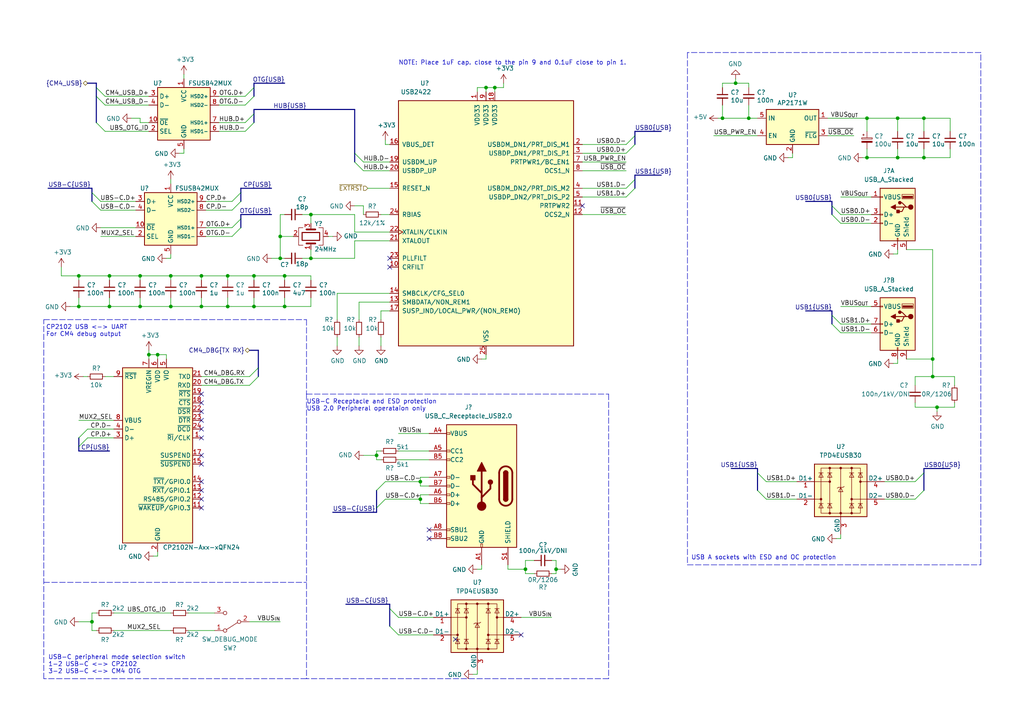
<source format=kicad_sch>
(kicad_sch (version 20201015) (generator eeschema)
  (paper "A4")
  (lib_symbols
    (symbol "Connector:USB_C_Receptacle_USB2.0" (pin_names (offset 1.016))
      (property "Reference" "J" (at -10.16 19.05 0))
      (property "Value" "USB_C_Receptacle_USB2.0" (at 19.05 19.05 0))
      (symbol "USB_C_Receptacle_USB2.0_1_1"
        (pin passive line (at 0 -22.86 90) (length 5.08) (name "GND") (number "A1"))
        (pin passive line (at 0 -22.86 90) (length 5.08) hide (name "GND") (number "A12"))
        (pin passive line (at 15.24 15.24 180) (length 5.08) (name "VBUS") (number "A4"))
        (pin bidirectional line (at 15.24 10.16 180) (length 5.08) (name "CC1") (number "A5"))
        (pin bidirectional line (at 15.24 -2.54 180) (length 5.08) (name "D+") (number "A6"))
        (pin bidirectional line (at 15.24 2.54 180) (length 5.08) (name "D-") (number "A7"))
        (pin bidirectional line (at 15.24 -12.7 180) (length 5.08) (name "SBU1") (number "A8"))
        (pin passive line (at 15.24 15.24 180) (length 5.08) hide (name "VBUS") (number "A9"))
        (pin passive line (at 0 -22.86 90) (length 5.08) hide (name "GND") (number "B1"))
        (pin passive line (at 0 -22.86 90) (length 5.08) hide (name "GND") (number "B12"))
        (pin passive line (at 15.24 15.24 180) (length 5.08) hide (name "VBUS") (number "B4"))
        (pin bidirectional line (at 15.24 7.62 180) (length 5.08) (name "CC2") (number "B5"))
        (pin bidirectional line (at 15.24 -5.08 180) (length 5.08) (name "D+") (number "B6"))
        (pin bidirectional line (at 15.24 0 180) (length 5.08) (name "D-") (number "B7"))
        (pin bidirectional line (at 15.24 -15.24 180) (length 5.08) (name "SBU2") (number "B8"))
        (pin passive line (at 15.24 15.24 180) (length 5.08) hide (name "VBUS") (number "B9"))
        (pin passive line (at -7.62 -22.86 90) (length 5.08) (name "SHIELD") (number "S1"))
      )
    )
    (symbol "Device:CP_Small" (pin_numbers hide) (pin_names (offset 0.254) hide)
      (property "Reference" "C" (at 0.254 1.778 0))
      (property "Value" "CP_Small" (at 0.254 -2.032 0))
      (symbol "CP_Small_1_1"
        (pin passive line (at 0 2.54 270) (length 1.8542) (name "~") (number "1"))
        (pin passive line (at 0 -2.54 90) (length 1.8542) (name "~") (number "2"))
      )
    )
    (symbol "Device:C_Small" (pin_numbers hide) (pin_names (offset 0.254) hide)
      (property "Reference" "C" (at 0.254 1.778 0))
      (property "Value" "C_Small" (at 0.254 -2.032 0))
      (symbol "C_Small_1_1"
        (pin passive line (at 0 2.54 270) (length 2.032) (name "~") (number "1"))
        (pin passive line (at 0 -2.54 90) (length 2.032) (name "~") (number "2"))
      )
    )
    (symbol "Device:Crystal_GND24" (pin_names (offset 1.016) hide)
      (property "Reference" "Y" (at 3.175 5.08 0))
      (property "Value" "Crystal_GND24" (at 3.175 3.175 0))
      (symbol "Crystal_GND24_1_1"
        (pin passive line (at -3.81 0 0) (length 1.27) (name "1") (number "1"))
        (pin passive line (at 0 5.08 270) (length 1.27) (name "2") (number "2"))
        (pin passive line (at 3.81 0 180) (length 1.27) (name "3") (number "3"))
        (pin passive line (at 0 -5.08 90) (length 1.27) (name "4") (number "4"))
      )
    )
    (symbol "Device:R_Small" (pin_numbers hide) (pin_names (offset 0.254) hide)
      (property "Reference" "R" (at 0.762 0.508 0))
      (property "Value" "R_Small" (at 0.762 -1.016 0))
      (symbol "R_Small_1_1"
        (pin passive line (at 0 2.54 270) (length 0.762) (name "~") (number "1"))
        (pin passive line (at 0 -2.54 90) (length 0.762) (name "~") (number "2"))
      )
    )
    (symbol "Interface_USB:CP2102N-Axx-xQFN24"
      (property "Reference" "U" (at -8.89 26.67 0))
      (property "Value" "CP2102N-Axx-xQFN24" (at 13.97 26.67 0))
      (symbol "CP2102N-Axx-xQFN24_1_1"
        (pin bidirectional line (at 12.7 5.08 180) (length 2.54) (name "~RI~/CLK") (number "1"))
        (pin unconnected line (at -10.16 -22.86 0) (length 2.54) hide (name "NC") (number "10"))
        (pin bidirectional line (at 12.7 -15.24 180) (length 2.54) (name "~WAKEUP~/GPIO.3") (number "11"))
        (pin bidirectional line (at 12.7 -12.7 180) (length 2.54) (name "RS485/GPIO.2") (number "12"))
        (pin bidirectional line (at 12.7 -10.16 180) (length 2.54) (name "~RXT~/GPIO.1") (number "13"))
        (pin bidirectional line (at 12.7 -7.62 180) (length 2.54) (name "~TXT~/GPIO.0") (number "14"))
        (pin output line (at 12.7 -2.54 180) (length 2.54) (name "~SUSPEND") (number "15"))
        (pin unconnected line (at 10.16 -22.86 180) (length 2.54) hide (name "NC") (number "16"))
        (pin output line (at 12.7 0 180) (length 2.54) (name "SUSPEND") (number "17"))
        (pin input line (at 12.7 15.24 180) (length 2.54) (name "~CTS") (number "18"))
        (pin output line (at 12.7 17.78 180) (length 2.54) (name "~RTS") (number "19"))
        (pin power_in line (at 0 -27.94 90) (length 2.54) (name "GND") (number "2"))
        (pin input line (at 12.7 20.32 180) (length 2.54) (name "RXD") (number "20"))
        (pin output line (at 12.7 22.86 180) (length 2.54) (name "TXD") (number "21"))
        (pin input line (at 12.7 12.7 180) (length 2.54) (name "~DSR") (number "22"))
        (pin output line (at 12.7 10.16 180) (length 2.54) (name "~DTR") (number "23"))
        (pin input line (at 12.7 7.62 180) (length 2.54) (name "~DCD") (number "24"))
        (pin passive line (at 0 -27.94 90) (length 2.54) hide (name "GND") (number "25"))
        (pin bidirectional line (at -12.7 5.08 0) (length 2.54) (name "D+") (number "3"))
        (pin bidirectional line (at -12.7 7.62 0) (length 2.54) (name "D-") (number "4"))
        (pin power_in line (at 2.54 27.94 270) (length 2.54) (name "VIO") (number "5"))
        (pin power_in line (at 0 27.94 270) (length 2.54) (name "VDD") (number "6"))
        (pin power_in line (at -2.54 27.94 270) (length 2.54) (name "VREGIN") (number "7"))
        (pin input line (at -12.7 10.16 0) (length 2.54) (name "VBUS") (number "8"))
        (pin input line (at -12.7 22.86 0) (length 2.54) (name "~RST") (number "9"))
      )
    )
    (symbol "Interface_USB:FSUSB42MUX"
      (property "Reference" "U" (at -6.35 8.89 0))
      (property "Value" "FSUSB42MUX" (at 7.62 8.89 0))
      (symbol "FSUSB42MUX_1_1"
        (pin power_in line (at 0 10.16 270) (length 2.54) (name "VCC") (number "1"))
        (pin input line (at -10.16 -2.54 0) (length 2.54) (name "~OE") (number "10"))
        (pin input line (at -10.16 -5.08 0) (length 2.54) (name "SEL") (number "2"))
        (pin bidirectional line (at -10.16 5.08 0) (length 2.54) (name "D+") (number "3"))
        (pin bidirectional line (at -10.16 2.54 0) (length 2.54) (name "D-") (number "4"))
        (pin power_in line (at 0 -10.16 90) (length 2.54) (name "GND") (number "5"))
        (pin bidirectional line (at 10.16 -5.08 180) (length 2.54) (name "HSD1-") (number "6"))
        (pin bidirectional line (at 10.16 -2.54 180) (length 2.54) (name "HSD1+") (number "7"))
        (pin bidirectional line (at 10.16 2.54 180) (length 2.54) (name "HSD2-") (number "8"))
        (pin bidirectional line (at 10.16 5.08 180) (length 2.54) (name "HSD2+") (number "9"))
      )
    )
    (symbol "LightBlue:USB2422" (pin_names (offset 1.016))
      (property "Reference" "U" (at -17.78 40.64 0))
      (property "Value" "USB2422" (at -20.32 38.1 0))
      (symbol "USB2422_1_1"
        (pin bidirectional line (at 27.94 22.86 180) (length 2.54) (name "USBDM_DN1/PRT_DIS_M1") (number "2"))
        (pin bidirectional line (at 27.94 17.78 180) (length 2.54) (name "PRTPWR1/BC_EN1") (number "7"))
        (pin input line (at 27.94 15.24 180) (length 2.54) (name "OCS1_N") (number "8"))
        (pin input line (at -27.94 -12.7 0) (length 2.54) (name "CRFILT") (number "10"))
        (pin power_in line (at -2.54 38.1 270) (length 2.54) (name "VDD33") (number "1"))
        (pin bidirectional line (at 27.94 5.08 180) (length 2.54) (name "PRTPWR2") (number "11"))
        (pin input line (at 27.94 2.54 180) (length 2.54) (name "OCS2_N") (number "12"))
        (pin bidirectional line (at 27.94 20.32 180) (length 2.54) (name "USBDP_DN1/PRT_DIS_P1") (number "3"))
        (pin bidirectional line (at -27.94 -22.86 0) (length 2.54) (name "SMBDATA/NON_REM1") (number "13"))
        (pin power_in line (at 0 38.1 270) (length 2.54) (name "VDD33") (number "9"))
        (pin bidirectional line (at -27.94 -20.32 0) (length 2.54) (name "SMBCLK/CFG_SEL0") (number "14"))
        (pin input line (at -27.94 10.16 0) (length 2.54) (name "RESET_N") (number "15"))
        (pin input line (at -27.94 22.86 0) (length 2.54) (name "VBUS_DET") (number "16"))
        (pin bidirectional line (at -27.94 -25.4 0) (length 2.54) (name "SUSP_IND/LOCAL_PWR/(NON_REM0)") (number "17"))
        (pin bidirectional line (at 27.94 10.16 180) (length 2.54) (name "USBDM_DN2/PRT_DIS_M2") (number "4"))
        (pin bidirectional line (at -27.94 17.78 0) (length 2.54) (name "USBDM_UP") (number "19"))
        (pin bidirectional line (at -27.94 15.24 0) (length 2.54) (name "USBDP_UP") (number "20"))
        (pin output line (at -27.94 -5.08 0) (length 2.54) (name "XTALOUT") (number "21"))
        (pin input clock (at -27.94 -2.54 0) (length 2.54) (name "XTALIN/CLKIN") (number "22"))
        (pin input line (at -27.94 -10.16 0) (length 2.54) (name "PLLFILT") (number "23"))
        (pin input line (at -27.94 2.54 0) (length 2.54) (name "RBIAS") (number "24"))
        (pin power_in line (at 0 -38.1 90) (length 2.54) (name "VSS") (number "25"))
        (pin bidirectional line (at 27.94 7.62 180) (length 2.54) (name "USBDP_DN2/PRT_DIS_P2") (number "5"))
        (pin power_in line (at 2.54 38.1 270) (length 2.54) (name "VDD33") (number "18"))
      )
    )
    (symbol "LightBlue:USB_A_Stacked" (pin_names (offset 1.016))
      (property "Reference" "J" (at -5.08 11.43 0))
      (property "Value" "USB_A_Stacked" (at -5.08 8.89 0))
      (symbol "USB_A_Stacked_1_1"
        (pin power_in line (at 7.62 5.08 180) (length 2.54) (name "VBUS") (number "1"))
        (pin bidirectional line (at 7.62 -2.54 180) (length 2.54) (name "D-") (number "2"))
        (pin bidirectional line (at 7.62 0 180) (length 2.54) (name "D+") (number "3"))
        (pin power_in line (at 0 -10.16 90) (length 2.54) (name "GND") (number "4"))
        (pin passive line (at -2.54 -10.16 90) (length 2.54) (name "Shield") (number "5"))
      )
      (symbol "USB_A_Stacked_2_1"
        (pin power_in line (at 7.62 5.08 180) (length 2.54) (name "VBUS") (number "5"))
        (pin bidirectional line (at 7.62 -2.54 180) (length 2.54) (name "D-") (number "6"))
        (pin bidirectional line (at 7.62 0 180) (length 2.54) (name "D+") (number "7"))
        (pin power_in line (at 0 -10.16 90) (length 2.54) (name "GND") (number "8"))
        (pin passive line (at -2.54 -10.16 90) (length 2.54) (name "Shield") (number "9"))
      )
    )
    (symbol "Power_Management:AP2171W"
      (property "Reference" "U" (at -7.62 -6.35 0))
      (property "Value" "AP2171W" (at -7.62 6.35 0))
      (symbol "AP2171W_1_1"
        (pin power_out line (at 10.16 2.54 180) (length 2.54) (name "OUT") (number "1"))
        (pin power_in line (at 0 -7.62 90) (length 2.54) (name "GND") (number "2"))
        (pin open_collector line (at 10.16 -2.54 180) (length 2.54) (name "~FLG") (number "3"))
        (pin input line (at -10.16 -2.54 0) (length 2.54) (name "EN") (number "4"))
        (pin power_in line (at -10.16 2.54 0) (length 2.54) (name "IN") (number "5"))
      )
    )
    (symbol "Power_Protection:TPD4EUSB30" (pin_names (offset 0))
      (property "Reference" "U" (at -0.635 8.89 0))
      (property "Value" "TPD4EUSB30" (at 8.89 -10.16 0))
      (symbol "TPD4EUSB30_1_1"
        (pin passive line (at -12.7 2.54 0) (length 5.08) (name "D1+") (number "1"))
        (pin unconnected line (at -5.08 7.62 0) (length 5.08) hide (name "NC") (number "10"))
        (pin passive line (at -12.7 -2.54 0) (length 5.08) (name "D1-") (number "2"))
        (pin power_in line (at 0 -12.7 90) (length 5.08) (name "GND") (number "3"))
        (pin passive line (at 12.7 2.54 180) (length 5.08) (name "D2+") (number "4"))
        (pin passive line (at 12.7 -2.54 180) (length 5.08) (name "D2-") (number "5"))
        (pin unconnected line (at 5.08 -7.62 180) (length 5.08) hide (name "NC") (number "6"))
        (pin unconnected line (at 5.08 7.62 180) (length 5.08) hide (name "NC") (number "7"))
        (pin passive line (at 0 -12.7 90) (length 5.08) hide (name "GND") (number "8"))
        (pin unconnected line (at -5.08 -7.62 0) (length 5.08) hide (name "NC") (number "9"))
      )
    )
    (symbol "Switch:SW_SPDT" (pin_names (offset 0) hide)
      (property "Reference" "SW" (at 0 4.318 0))
      (property "Value" "SW_SPDT" (at 0 -5.08 0))
      (symbol "SW_SPDT_1_1"
        (pin passive line (at 5.08 2.54 180) (length 2.54) (name "A") (number "1"))
        (pin passive line (at -5.08 0 0) (length 2.54) (name "B") (number "2"))
        (pin passive line (at 5.08 -2.54 180) (length 2.54) (name "C") (number "3"))
      )
    )
    (symbol "power:+3V3" (power) (pin_names (offset 0))
      (property "Value" "+3V3" (at 0 3.556 0))
      (symbol "+3V3_1_1"
        (pin power_in line (at 0 0 90) (length 0) hide (name "+3V3") (number "1"))
      )
    )
    (symbol "power:+5V" (power) (pin_names (offset 0))
      (property "Value" "+5V" (at 0 3.556 0))
      (symbol "+5V_1_1"
        (pin power_in line (at 0 0 90) (length 0) hide (name "+5V") (number "1"))
      )
    )
    (symbol "power:GND" (power) (pin_names (offset 0))
      (property "Value" "GND" (at 0 -3.81 0))
      (symbol "GND_1_1"
        (pin power_in line (at 0 0 270) (length 0) hide (name "GND") (number "1"))
      )
    )
  )
  (bus_alias "I2C" (members "SDA" "SCL"))
  (bus_alias "USB" (members "D+" "D-"))
  (bus_alias "CM4_USB" (members "CM4_USB_D+" "CM4_USB_D-" "CM4_USB_OTG_ID"))
  (junction (at 22.86 80.01) (diameter 0.9144))
  (junction (at 22.86 88.9) (diameter 0.9144))
  (junction (at 26.67 180.34) (diameter 0.9144))
  (junction (at 31.75 80.01) (diameter 0.9144))
  (junction (at 31.75 88.9) (diameter 0.9144))
  (junction (at 40.64 80.01) (diameter 0.9144))
  (junction (at 40.64 88.9) (diameter 0.9144))
  (junction (at 43.18 102.87) (diameter 0.9144))
  (junction (at 45.72 102.87) (diameter 0.9144))
  (junction (at 49.53 80.01) (diameter 0.9144))
  (junction (at 49.53 88.9) (diameter 0.9144))
  (junction (at 58.42 80.01) (diameter 0.9144))
  (junction (at 58.42 88.9) (diameter 0.9144))
  (junction (at 66.04 80.01) (diameter 0.9144))
  (junction (at 66.04 88.9) (diameter 0.9144))
  (junction (at 73.66 80.01) (diameter 0.9144))
  (junction (at 73.66 88.9) (diameter 0.9144))
  (junction (at 81.28 68.58) (diameter 0.9144))
  (junction (at 81.28 74.93) (diameter 0.9144))
  (junction (at 82.55 80.01) (diameter 0.9144))
  (junction (at 82.55 88.9) (diameter 0.9144))
  (junction (at 90.17 62.23) (diameter 0.9144))
  (junction (at 90.17 74.93) (diameter 0.9144))
  (junction (at 109.22 132.08) (diameter 0.9144))
  (junction (at 121.92 139.7) (diameter 0.9144))
  (junction (at 121.92 144.78) (diameter 0.9144))
  (junction (at 140.97 25.4) (diameter 0.9144))
  (junction (at 143.51 25.4) (diameter 0.9144))
  (junction (at 152.4 165.1) (diameter 0.9144))
  (junction (at 161.29 165.1) (diameter 0.9144))
  (junction (at 209.55 34.29) (diameter 0.9144))
  (junction (at 213.36 24.13) (diameter 0.9144))
  (junction (at 217.17 34.29) (diameter 0.9144))
  (junction (at 251.46 34.29) (diameter 0.9144))
  (junction (at 251.46 45.72) (diameter 0.9144))
  (junction (at 260.35 34.29) (diameter 0.9144))
  (junction (at 260.35 45.72) (diameter 0.9144))
  (junction (at 267.97 34.29) (diameter 0.9144))
  (junction (at 267.97 45.72) (diameter 0.9144))
  (junction (at 270.51 104.14) (diameter 0.9144))
  (junction (at 270.51 109.22) (diameter 0.9144))
  (junction (at 271.78 118.11) (diameter 0.9144))
  (no_connect (at 151.13 184.15))
  (no_connect (at 58.42 114.3))
  (no_connect (at 58.42 134.62))
  (no_connect (at 168.91 59.69))
  (no_connect (at 124.46 156.21))
  (no_connect (at 113.03 77.47))
  (no_connect (at 58.42 139.7))
  (no_connect (at 58.42 127))
  (no_connect (at 132.08 185.42))
  (no_connect (at 58.42 147.32))
  (no_connect (at 113.03 74.93))
  (no_connect (at 58.42 116.84))
  (no_connect (at 58.42 119.38))
  (no_connect (at 58.42 142.24))
  (no_connect (at 58.42 124.46))
  (no_connect (at 124.46 153.67))
  (no_connect (at 58.42 144.78))
  (no_connect (at 58.42 132.08))
  (no_connect (at 58.42 121.92))
  (bus_entry (at 22.86 127) (size 2.54 -2.54) (stroke (width 0.1524)))
  (bus_entry (at 22.86 129.54) (size 2.54 -2.54) (stroke (width 0.1524)))
  (bus_entry (at 26.67 55.88) (size 2.54 2.54) (stroke (width 0.1524)))
  (bus_entry (at 26.67 58.42) (size 2.54 2.54) (stroke (width 0.1524)))
  (bus_entry (at 27.94 25.4) (size 2.54 2.54) (stroke (width 0.1524)))
  (bus_entry (at 27.94 27.94) (size 2.54 2.54) (stroke (width 0.1524)))
  (bus_entry (at 27.94 35.56) (size 2.54 2.54) (stroke (width 0.1524)))
  (bus_entry (at 69.85 55.88) (size -2.54 2.54) (stroke (width 0.1524)))
  (bus_entry (at 69.85 58.42) (size -2.54 2.54) (stroke (width 0.1524)))
  (bus_entry (at 69.85 63.5) (size -2.54 2.54) (stroke (width 0.1524)))
  (bus_entry (at 69.85 66.04) (size -2.54 2.54) (stroke (width 0.1524)))
  (bus_entry (at 72.39 109.22) (size 2.54 -2.54) (stroke (width 0.1524)))
  (bus_entry (at 72.39 111.76) (size 2.54 -2.54) (stroke (width 0.1524)))
  (bus_entry (at 73.66 25.4) (size -2.54 2.54) (stroke (width 0.1524)))
  (bus_entry (at 73.66 27.94) (size -2.54 2.54) (stroke (width 0.1524)))
  (bus_entry (at 73.66 33.02) (size -2.54 2.54) (stroke (width 0.1524)))
  (bus_entry (at 73.66 35.56) (size -2.54 2.54) (stroke (width 0.1524)))
  (bus_entry (at 102.87 44.45) (size 2.54 2.54) (stroke (width 0.1524)))
  (bus_entry (at 102.87 46.99) (size 2.54 2.54) (stroke (width 0.1524)))
  (bus_entry (at 109.22 142.24) (size 2.54 -2.54) (stroke (width 0.1524)))
  (bus_entry (at 109.22 147.32) (size 2.54 -2.54) (stroke (width 0.1524)))
  (bus_entry (at 113.03 176.53) (size 2.54 2.54) (stroke (width 0.1524)))
  (bus_entry (at 113.03 181.61) (size 2.54 2.54) (stroke (width 0.1524)))
  (bus_entry (at 181.61 41.91) (size 2.54 -2.54) (stroke (width 0.1524)))
  (bus_entry (at 181.61 44.45) (size 2.54 -2.54) (stroke (width 0.1524)))
  (bus_entry (at 181.61 54.61) (size 2.54 -2.54) (stroke (width 0.1524)))
  (bus_entry (at 181.61 57.15) (size 2.54 -2.54) (stroke (width 0.1524)))
  (bus_entry (at 222.25 139.7) (size -2.54 -2.54) (stroke (width 0.1524)))
  (bus_entry (at 222.25 144.78) (size -2.54 -2.54) (stroke (width 0.1524)))
  (bus_entry (at 243.84 62.23) (size -2.54 -2.54) (stroke (width 0.1524)))
  (bus_entry (at 243.84 64.77) (size -2.54 -2.54) (stroke (width 0.1524)))
  (bus_entry (at 243.84 93.98) (size -2.54 -2.54) (stroke (width 0.1524)))
  (bus_entry (at 243.84 96.52) (size -2.54 -2.54) (stroke (width 0.1524)))
  (bus_entry (at 265.43 139.7) (size 2.54 -2.54) (stroke (width 0.1524)))
  (bus_entry (at 265.43 144.78) (size 2.54 -2.54) (stroke (width 0.1524)))
  (wire (pts (xy 17.78 80.01) (xy 17.78 77.47)))
  (wire (pts (xy 17.78 80.01) (xy 22.86 80.01)))
  (wire (pts (xy 20.32 88.9) (xy 22.86 88.9)))
  (wire (pts (xy 22.86 80.01) (xy 22.86 81.28)))
  (wire (pts (xy 22.86 80.01) (xy 31.75 80.01)))
  (wire (pts (xy 22.86 86.36) (xy 22.86 88.9)))
  (wire (pts (xy 22.86 88.9) (xy 31.75 88.9)))
  (wire (pts (xy 22.86 121.92) (xy 33.02 121.92)))
  (wire (pts (xy 22.86 180.34) (xy 26.67 180.34)))
  (wire (pts (xy 24.13 109.22) (xy 25.4 109.22)))
  (wire (pts (xy 26.67 177.8) (xy 26.67 180.34)))
  (wire (pts (xy 26.67 177.8) (xy 27.94 177.8)))
  (wire (pts (xy 26.67 180.34) (xy 26.67 182.88)))
  (wire (pts (xy 27.94 182.88) (xy 26.67 182.88)))
  (wire (pts (xy 29.21 66.04) (xy 39.37 66.04)))
  (wire (pts (xy 29.21 68.58) (xy 39.37 68.58)))
  (wire (pts (xy 30.48 27.94) (xy 43.18 27.94)))
  (wire (pts (xy 30.48 30.48) (xy 43.18 30.48)))
  (wire (pts (xy 30.48 38.1) (xy 43.18 38.1)))
  (wire (pts (xy 30.48 109.22) (xy 33.02 109.22)))
  (wire (pts (xy 31.75 80.01) (xy 31.75 81.28)))
  (wire (pts (xy 31.75 86.36) (xy 31.75 88.9)))
  (wire (pts (xy 31.75 88.9) (xy 40.64 88.9)))
  (wire (pts (xy 33.02 124.46) (xy 25.4 124.46)))
  (wire (pts (xy 33.02 127) (xy 25.4 127)))
  (wire (pts (xy 33.02 177.8) (xy 49.53 177.8)))
  (wire (pts (xy 33.02 182.88) (xy 49.53 182.88)))
  (wire (pts (xy 39.37 58.42) (xy 29.21 58.42)))
  (wire (pts (xy 39.37 60.96) (xy 29.21 60.96)))
  (wire (pts (xy 40.64 34.29) (xy 38.1 34.29)))
  (wire (pts (xy 40.64 35.56) (xy 40.64 34.29)))
  (wire (pts (xy 40.64 80.01) (xy 31.75 80.01)))
  (wire (pts (xy 40.64 80.01) (xy 40.64 81.28)))
  (wire (pts (xy 40.64 86.36) (xy 40.64 88.9)))
  (wire (pts (xy 40.64 88.9) (xy 49.53 88.9)))
  (wire (pts (xy 43.18 35.56) (xy 40.64 35.56)))
  (wire (pts (xy 43.18 101.6) (xy 43.18 102.87)))
  (wire (pts (xy 43.18 102.87) (xy 43.18 104.14)))
  (wire (pts (xy 44.45 161.29) (xy 45.72 161.29)))
  (wire (pts (xy 45.72 102.87) (xy 43.18 102.87)))
  (wire (pts (xy 45.72 102.87) (xy 48.26 102.87)))
  (wire (pts (xy 45.72 104.14) (xy 45.72 102.87)))
  (wire (pts (xy 45.72 161.29) (xy 45.72 160.02)))
  (wire (pts (xy 48.26 74.93) (xy 49.53 74.93)))
  (wire (pts (xy 48.26 102.87) (xy 48.26 104.14)))
  (wire (pts (xy 49.53 52.07) (xy 49.53 53.34)))
  (wire (pts (xy 49.53 74.93) (xy 49.53 73.66)))
  (wire (pts (xy 49.53 80.01) (xy 40.64 80.01)))
  (wire (pts (xy 49.53 80.01) (xy 49.53 81.28)))
  (wire (pts (xy 49.53 86.36) (xy 49.53 88.9)))
  (wire (pts (xy 49.53 88.9) (xy 58.42 88.9)))
  (wire (pts (xy 52.07 44.45) (xy 53.34 44.45)))
  (wire (pts (xy 53.34 21.59) (xy 53.34 22.86)))
  (wire (pts (xy 53.34 44.45) (xy 53.34 43.18)))
  (wire (pts (xy 54.61 177.8) (xy 62.23 177.8)))
  (wire (pts (xy 54.61 182.88) (xy 62.23 182.88)))
  (wire (pts (xy 58.42 80.01) (xy 49.53 80.01)))
  (wire (pts (xy 58.42 80.01) (xy 58.42 81.28)))
  (wire (pts (xy 58.42 86.36) (xy 58.42 88.9)))
  (wire (pts (xy 58.42 88.9) (xy 66.04 88.9)))
  (wire (pts (xy 58.42 109.22) (xy 72.39 109.22)))
  (wire (pts (xy 58.42 111.76) (xy 72.39 111.76)))
  (wire (pts (xy 59.69 58.42) (xy 67.31 58.42)))
  (wire (pts (xy 59.69 60.96) (xy 67.31 60.96)))
  (wire (pts (xy 59.69 66.04) (xy 67.31 66.04)))
  (wire (pts (xy 59.69 68.58) (xy 67.31 68.58)))
  (wire (pts (xy 63.5 27.94) (xy 71.12 27.94)))
  (wire (pts (xy 63.5 30.48) (xy 71.12 30.48)))
  (wire (pts (xy 63.5 35.56) (xy 71.12 35.56)))
  (wire (pts (xy 63.5 38.1) (xy 71.12 38.1)))
  (wire (pts (xy 66.04 80.01) (xy 58.42 80.01)))
  (wire (pts (xy 66.04 80.01) (xy 66.04 81.28)))
  (wire (pts (xy 66.04 86.36) (xy 66.04 88.9)))
  (wire (pts (xy 66.04 88.9) (xy 73.66 88.9)))
  (wire (pts (xy 73.66 80.01) (xy 66.04 80.01)))
  (wire (pts (xy 73.66 80.01) (xy 73.66 81.28)))
  (wire (pts (xy 73.66 86.36) (xy 73.66 88.9)))
  (wire (pts (xy 73.66 88.9) (xy 82.55 88.9)))
  (wire (pts (xy 78.74 74.93) (xy 81.28 74.93)))
  (wire (pts (xy 81.28 62.23) (xy 81.28 68.58)))
  (wire (pts (xy 81.28 68.58) (xy 81.28 74.93)))
  (wire (pts (xy 81.28 68.58) (xy 85.09 68.58)))
  (wire (pts (xy 81.28 74.93) (xy 82.55 74.93)))
  (wire (pts (xy 81.28 180.34) (xy 72.39 180.34)))
  (wire (pts (xy 82.55 62.23) (xy 81.28 62.23)))
  (wire (pts (xy 82.55 80.01) (xy 73.66 80.01)))
  (wire (pts (xy 82.55 80.01) (xy 82.55 81.28)))
  (wire (pts (xy 82.55 86.36) (xy 82.55 88.9)))
  (wire (pts (xy 82.55 88.9) (xy 90.17 88.9)))
  (wire (pts (xy 87.63 62.23) (xy 90.17 62.23)))
  (wire (pts (xy 87.63 74.93) (xy 90.17 74.93)))
  (wire (pts (xy 90.17 62.23) (xy 90.17 64.77)))
  (wire (pts (xy 90.17 62.23) (xy 102.87 62.23)))
  (wire (pts (xy 90.17 72.39) (xy 90.17 74.93)))
  (wire (pts (xy 90.17 74.93) (xy 102.87 74.93)))
  (wire (pts (xy 90.17 80.01) (xy 82.55 80.01)))
  (wire (pts (xy 90.17 81.28) (xy 90.17 80.01)))
  (wire (pts (xy 90.17 86.36) (xy 90.17 88.9)))
  (wire (pts (xy 95.25 68.58) (xy 96.52 68.58)))
  (wire (pts (xy 97.79 85.09) (xy 97.79 92.71)))
  (wire (pts (xy 97.79 97.79) (xy 97.79 100.33)))
  (wire (pts (xy 102.87 67.31) (xy 102.87 62.23)))
  (wire (pts (xy 102.87 69.85) (xy 102.87 74.93)))
  (wire (pts (xy 104.14 87.63) (xy 104.14 92.71)))
  (wire (pts (xy 104.14 87.63) (xy 113.03 87.63)))
  (wire (pts (xy 104.14 97.79) (xy 104.14 100.33)))
  (wire (pts (xy 105.41 46.99) (xy 113.03 46.99)))
  (wire (pts (xy 105.41 49.53) (xy 113.03 49.53)))
  (wire (pts (xy 105.41 59.69) (xy 102.87 59.69)))
  (wire (pts (xy 105.41 62.23) (xy 105.41 59.69)))
  (wire (pts (xy 105.41 132.08) (xy 109.22 132.08)))
  (wire (pts (xy 106.68 54.61) (xy 113.03 54.61)))
  (wire (pts (xy 109.22 130.81) (xy 109.22 132.08)))
  (wire (pts (xy 109.22 132.08) (xy 109.22 133.35)))
  (wire (pts (xy 109.22 133.35) (xy 110.49 133.35)))
  (wire (pts (xy 110.49 62.23) (xy 113.03 62.23)))
  (wire (pts (xy 110.49 90.17) (xy 110.49 92.71)))
  (wire (pts (xy 110.49 97.79) (xy 110.49 100.33)))
  (wire (pts (xy 110.49 130.81) (xy 109.22 130.81)))
  (wire (pts (xy 111.76 40.64) (xy 111.76 41.91)))
  (wire (pts (xy 111.76 139.7) (xy 121.92 139.7)))
  (wire (pts (xy 111.76 144.78) (xy 121.92 144.78)))
  (wire (pts (xy 113.03 41.91) (xy 111.76 41.91)))
  (wire (pts (xy 113.03 67.31) (xy 102.87 67.31)))
  (wire (pts (xy 113.03 69.85) (xy 102.87 69.85)))
  (wire (pts (xy 113.03 85.09) (xy 97.79 85.09)))
  (wire (pts (xy 113.03 90.17) (xy 110.49 90.17)))
  (wire (pts (xy 115.57 125.73) (xy 124.46 125.73)))
  (wire (pts (xy 115.57 130.81) (xy 124.46 130.81)))
  (wire (pts (xy 115.57 133.35) (xy 124.46 133.35)))
  (wire (pts (xy 115.57 179.07) (xy 125.73 179.07)))
  (wire (pts (xy 115.57 184.15) (xy 125.73 184.15)))
  (wire (pts (xy 121.92 139.7) (xy 121.92 138.43)))
  (wire (pts (xy 121.92 140.97) (xy 121.92 139.7)))
  (wire (pts (xy 121.92 140.97) (xy 124.46 140.97)))
  (wire (pts (xy 121.92 144.78) (xy 121.92 143.51)))
  (wire (pts (xy 121.92 146.05) (xy 121.92 144.78)))
  (wire (pts (xy 121.92 146.05) (xy 124.46 146.05)))
  (wire (pts (xy 124.46 138.43) (xy 121.92 138.43)))
  (wire (pts (xy 124.46 143.51) (xy 121.92 143.51)))
  (wire (pts (xy 137.16 195.58) (xy 138.43 195.58)))
  (wire (pts (xy 138.43 25.4) (xy 140.97 25.4)))
  (wire (pts (xy 138.43 26.67) (xy 138.43 25.4)))
  (wire (pts (xy 138.43 165.1) (xy 139.7 165.1)))
  (wire (pts (xy 138.43 195.58) (xy 138.43 194.31)))
  (wire (pts (xy 139.7 104.14) (xy 140.97 104.14)))
  (wire (pts (xy 139.7 165.1) (xy 139.7 163.83)))
  (wire (pts (xy 140.97 25.4) (xy 140.97 26.67)))
  (wire (pts (xy 140.97 25.4) (xy 143.51 25.4)))
  (wire (pts (xy 140.97 104.14) (xy 140.97 102.87)))
  (wire (pts (xy 143.51 25.4) (xy 143.51 26.67)))
  (wire (pts (xy 143.51 25.4) (xy 146.05 25.4)))
  (wire (pts (xy 146.05 24.13) (xy 146.05 25.4)))
  (wire (pts (xy 147.32 163.83) (xy 147.32 165.1)))
  (wire (pts (xy 147.32 165.1) (xy 152.4 165.1)))
  (wire (pts (xy 152.4 162.56) (xy 152.4 165.1)))
  (wire (pts (xy 152.4 165.1) (xy 152.4 166.37)))
  (wire (pts (xy 152.4 166.37) (xy 154.94 166.37)))
  (wire (pts (xy 154.94 162.56) (xy 152.4 162.56)))
  (wire (pts (xy 160.02 166.37) (xy 161.29 166.37)))
  (wire (pts (xy 160.02 179.07) (xy 151.13 179.07)))
  (wire (pts (xy 161.29 162.56) (xy 160.02 162.56)))
  (wire (pts (xy 161.29 165.1) (xy 161.29 162.56)))
  (wire (pts (xy 161.29 165.1) (xy 162.56 165.1)))
  (wire (pts (xy 161.29 166.37) (xy 161.29 165.1)))
  (wire (pts (xy 168.91 41.91) (xy 181.61 41.91)))
  (wire (pts (xy 168.91 44.45) (xy 181.61 44.45)))
  (wire (pts (xy 168.91 46.99) (xy 181.61 46.99)))
  (wire (pts (xy 168.91 49.53) (xy 181.61 49.53)))
  (wire (pts (xy 168.91 54.61) (xy 181.61 54.61)))
  (wire (pts (xy 168.91 57.15) (xy 181.61 57.15)))
  (wire (pts (xy 168.91 62.23) (xy 181.61 62.23)))
  (wire (pts (xy 208.28 34.29) (xy 209.55 34.29)))
  (wire (pts (xy 209.55 24.13) (xy 209.55 25.4)))
  (wire (pts (xy 209.55 30.48) (xy 209.55 34.29)))
  (wire (pts (xy 209.55 34.29) (xy 217.17 34.29)))
  (wire (pts (xy 213.36 22.86) (xy 213.36 24.13)))
  (wire (pts (xy 213.36 24.13) (xy 209.55 24.13)))
  (wire (pts (xy 217.17 24.13) (xy 213.36 24.13)))
  (wire (pts (xy 217.17 25.4) (xy 217.17 24.13)))
  (wire (pts (xy 217.17 30.48) (xy 217.17 34.29)))
  (wire (pts (xy 217.17 34.29) (xy 219.71 34.29)))
  (wire (pts (xy 219.71 39.37) (xy 207.01 39.37)))
  (wire (pts (xy 222.25 139.7) (xy 231.14 139.7)))
  (wire (pts (xy 222.25 144.78) (xy 231.14 144.78)))
  (wire (pts (xy 228.6 45.72) (xy 229.87 45.72)))
  (wire (pts (xy 229.87 45.72) (xy 229.87 44.45)))
  (wire (pts (xy 240.03 34.29) (xy 251.46 34.29)))
  (wire (pts (xy 240.03 39.37) (xy 247.65 39.37)))
  (wire (pts (xy 242.57 156.21) (xy 243.84 156.21)))
  (wire (pts (xy 243.84 57.15) (xy 252.73 57.15)))
  (wire (pts (xy 243.84 62.23) (xy 252.73 62.23)))
  (wire (pts (xy 243.84 64.77) (xy 252.73 64.77)))
  (wire (pts (xy 243.84 88.9) (xy 252.73 88.9)))
  (wire (pts (xy 243.84 93.98) (xy 252.73 93.98)))
  (wire (pts (xy 243.84 96.52) (xy 252.73 96.52)))
  (wire (pts (xy 243.84 156.21) (xy 243.84 154.94)))
  (wire (pts (xy 250.19 45.72) (xy 251.46 45.72)))
  (wire (pts (xy 251.46 34.29) (xy 251.46 38.1)))
  (wire (pts (xy 251.46 34.29) (xy 260.35 34.29)))
  (wire (pts (xy 251.46 43.18) (xy 251.46 45.72)))
  (wire (pts (xy 251.46 45.72) (xy 260.35 45.72)))
  (wire (pts (xy 259.08 73.66) (xy 260.35 73.66)))
  (wire (pts (xy 259.08 105.41) (xy 260.35 105.41)))
  (wire (pts (xy 260.35 34.29) (xy 260.35 38.1)))
  (wire (pts (xy 260.35 34.29) (xy 267.97 34.29)))
  (wire (pts (xy 260.35 43.18) (xy 260.35 45.72)))
  (wire (pts (xy 260.35 45.72) (xy 267.97 45.72)))
  (wire (pts (xy 260.35 73.66) (xy 260.35 72.39)))
  (wire (pts (xy 260.35 105.41) (xy 260.35 104.14)))
  (wire (pts (xy 262.89 72.39) (xy 270.51 72.39)))
  (wire (pts (xy 262.89 104.14) (xy 270.51 104.14)))
  (wire (pts (xy 265.43 109.22) (xy 265.43 111.76)))
  (wire (pts (xy 265.43 116.84) (xy 265.43 118.11)))
  (wire (pts (xy 265.43 118.11) (xy 271.78 118.11)))
  (wire (pts (xy 265.43 139.7) (xy 256.54 139.7)))
  (wire (pts (xy 265.43 144.78) (xy 256.54 144.78)))
  (wire (pts (xy 267.97 34.29) (xy 267.97 38.1)))
  (wire (pts (xy 267.97 43.18) (xy 267.97 45.72)))
  (wire (pts (xy 267.97 45.72) (xy 275.59 45.72)))
  (wire (pts (xy 270.51 72.39) (xy 270.51 104.14)))
  (wire (pts (xy 270.51 104.14) (xy 270.51 109.22)))
  (wire (pts (xy 270.51 109.22) (xy 265.43 109.22)))
  (wire (pts (xy 271.78 118.11) (xy 271.78 119.38)))
  (wire (pts (xy 271.78 118.11) (xy 276.86 118.11)))
  (wire (pts (xy 275.59 34.29) (xy 267.97 34.29)))
  (wire (pts (xy 275.59 38.1) (xy 275.59 34.29)))
  (wire (pts (xy 275.59 45.72) (xy 275.59 43.18)))
  (wire (pts (xy 276.86 109.22) (xy 270.51 109.22)))
  (wire (pts (xy 276.86 111.76) (xy 276.86 109.22)))
  (wire (pts (xy 276.86 118.11) (xy 276.86 116.84)))
  (bus (pts (xy 22.86 127) (xy 22.86 129.54)))
  (bus (pts (xy 22.86 129.54) (xy 22.86 130.81)))
  (bus (pts (xy 22.86 130.81) (xy 31.75 130.81)))
  (bus (pts (xy 25.4 24.13) (xy 27.94 24.13)))
  (bus (pts (xy 26.67 54.61) (xy 13.97 54.61)))
  (bus (pts (xy 26.67 55.88) (xy 26.67 54.61)))
  (bus (pts (xy 26.67 58.42) (xy 26.67 55.88)))
  (bus (pts (xy 27.94 24.13) (xy 27.94 25.4)))
  (bus (pts (xy 27.94 25.4) (xy 27.94 27.94)))
  (bus (pts (xy 27.94 27.94) (xy 27.94 35.56)))
  (bus (pts (xy 69.85 54.61) (xy 78.74 54.61)))
  (bus (pts (xy 69.85 55.88) (xy 69.85 54.61)))
  (bus (pts (xy 69.85 58.42) (xy 69.85 55.88)))
  (bus (pts (xy 69.85 62.23) (xy 78.74 62.23)))
  (bus (pts (xy 69.85 63.5) (xy 69.85 62.23)))
  (bus (pts (xy 69.85 66.04) (xy 69.85 63.5)))
  (bus (pts (xy 73.66 24.13) (xy 82.55 24.13)))
  (bus (pts (xy 73.66 25.4) (xy 73.66 24.13)))
  (bus (pts (xy 73.66 27.94) (xy 73.66 25.4)))
  (bus (pts (xy 73.66 31.75) (xy 102.87 31.75)))
  (bus (pts (xy 73.66 33.02) (xy 73.66 31.75)))
  (bus (pts (xy 73.66 35.56) (xy 73.66 33.02)))
  (bus (pts (xy 74.93 101.6) (xy 72.39 101.6)))
  (bus (pts (xy 74.93 101.6) (xy 74.93 106.68)))
  (bus (pts (xy 74.93 106.68) (xy 74.93 109.22)))
  (bus (pts (xy 102.87 31.75) (xy 102.87 44.45)))
  (bus (pts (xy 102.87 44.45) (xy 102.87 46.99)))
  (bus (pts (xy 109.22 147.32) (xy 109.22 142.24)))
  (bus (pts (xy 109.22 148.59) (xy 96.52 148.59)))
  (bus (pts (xy 109.22 148.59) (xy 109.22 147.32)))
  (bus (pts (xy 113.03 175.26) (xy 100.33 175.26)))
  (bus (pts (xy 113.03 175.26) (xy 113.03 176.53)))
  (bus (pts (xy 113.03 176.53) (xy 113.03 181.61)))
  (bus (pts (xy 184.15 38.1) (xy 184.15 39.37)))
  (bus (pts (xy 184.15 38.1) (xy 191.77 38.1)))
  (bus (pts (xy 184.15 39.37) (xy 184.15 41.91)))
  (bus (pts (xy 184.15 50.8) (xy 184.15 52.07)))
  (bus (pts (xy 184.15 50.8) (xy 191.77 50.8)))
  (bus (pts (xy 184.15 52.07) (xy 184.15 54.61)))
  (bus (pts (xy 219.71 135.89) (xy 212.09 135.89)))
  (bus (pts (xy 219.71 135.89) (xy 219.71 137.16)))
  (bus (pts (xy 219.71 137.16) (xy 219.71 142.24)))
  (bus (pts (xy 241.3 58.42) (xy 233.68 58.42)))
  (bus (pts (xy 241.3 58.42) (xy 241.3 59.69)))
  (bus (pts (xy 241.3 59.69) (xy 241.3 62.23)))
  (bus (pts (xy 241.3 90.17) (xy 233.68 90.17)))
  (bus (pts (xy 241.3 90.17) (xy 241.3 91.44)))
  (bus (pts (xy 241.3 91.44) (xy 241.3 93.98)))
  (bus (pts (xy 267.97 135.89) (xy 267.97 137.16)))
  (bus (pts (xy 267.97 135.89) (xy 275.59 135.89)))
  (bus (pts (xy 267.97 137.16) (xy 267.97 142.24)))
  (polyline (pts (xy 12.7 92.71) (xy 88.9 92.71)) (stroke (width 0) (type dash)))
  (polyline (pts (xy 12.7 168.91) (xy 88.9 168.91)) (stroke (width 0) (type dash)))
  (polyline (pts (xy 12.7 196.85) (xy 12.7 92.71)) (stroke (width 0) (type dash)))
  (polyline (pts (xy 88.9 92.71) (xy 88.9 114.3)) (stroke (width 0) (type dash)))
  (polyline (pts (xy 88.9 114.3) (xy 88.9 196.85)) (stroke (width 0) (type dash)))
  (polyline (pts (xy 88.9 114.3) (xy 176.53 114.3)) (stroke (width 0) (type dash)))
  (polyline (pts (xy 88.9 196.85) (xy 12.7 196.85)) (stroke (width 0) (type dash)))
  (polyline (pts (xy 176.53 114.3) (xy 176.53 196.85)) (stroke (width 0) (type dash)))
  (polyline (pts (xy 176.53 196.85) (xy 88.9 196.85)) (stroke (width 0) (type dash)))
  (polyline (pts (xy 199.39 15.24) (xy 199.39 163.83)) (stroke (width 0) (type dash)))
  (polyline (pts (xy 199.39 163.83) (xy 284.48 163.83)) (stroke (width 0) (type dash)))
  (polyline (pts (xy 284.48 15.24) (xy 199.39 15.24)) (stroke (width 0) (type dash)))
  (polyline (pts (xy 284.48 163.83) (xy 284.48 15.24)) (stroke (width 0) (type dash)))
  (text "CP2102 USB <-> UART\nFor CM4 debug output" (at 13.335 97.79 0) (effects (font (size 1.27 1.27)) (justify left bottom)))
  (text "USB-C peripheral mode selection switch\n1-2 USB-C <-> CP2102\n3-2 USB-C <-> CM4 OTG" (at 13.97 195.58 0) (effects (font (size 1.27 1.27)) (justify left bottom)))
  (text "USB-C Receptacle and ESD protection\nUSB 2.0 Peripheral operataion only" (at 88.9 119.38 0) (effects (font (size 1.27 1.27)) (justify left bottom)))
  (text "NOTE: Place 1uF cap. close to the pin 9 and 0.1uF close to pin 1." (at 115.57 19.05 0) (effects (font (size 1.27 1.27)) (justify left bottom)))
  (text "USB A sockets with ESD and OC protection" (at 242.57 162.56 180) (effects (font (size 1.27 1.27)) (justify right bottom)))
  (label "USB-C{USB}" (at 13.97 54.61 0))
  (label "MUX2_SEL" (at 22.86 121.92 0))
  (label "MUX2_SEL" (at 29.21 68.58 0))
  (label "CM4_USB_D+" (at 30.48 27.94 0))
  (label "CM4_USB_D-" (at 30.48 30.48 0))
  (label "UBS_OTG_ID" (at 31.75 38.1 0))
  (label "CP{USB}" (at 31.75 130.81 180))
  (label "CP.D-" (at 32.385 124.46 180))
  (label "CP.D+" (at 32.385 127 180))
  (label "UBS_OTG_ID" (at 36.83 177.8 0))
  (label "MUX2_SEL" (at 36.83 182.88 0))
  (label "UBS-C.D+" (at 39.37 58.42 180))
  (label "USB-C.D-" (at 39.37 60.96 180))
  (label "CM4_DBG.RX" (at 59.055 109.22 0))
  (label "CM4_DBG.TX" (at 59.055 111.76 0))
  (label "CP.D+" (at 59.69 58.42 0))
  (label "CP.D-" (at 59.69 60.96 0))
  (label "OTG.D+" (at 59.69 66.04 0))
  (label "OTG.D-" (at 59.69 68.58 0))
  (label "OTG.D+" (at 63.5 27.94 0))
  (label "OTG.D-" (at 63.5 30.48 0))
  (label "HUB.D+" (at 63.5 35.56 0))
  (label "HUB.D-" (at 63.5 38.1 0))
  (label "CP{USB}" (at 78.74 54.61 180))
  (label "OTG{USB}" (at 78.74 62.23 180))
  (label "VBUS_{IN}" (at 81.28 180.34 180))
  (label "OTG{USB}" (at 82.55 24.13 180))
  (label "HUB{USB}" (at 88.9 31.75 180))
  (label "USB-C{USB}" (at 96.52 148.59 0))
  (label "USB-C{USB}" (at 100.33 175.26 0))
  (label "HUB.D-" (at 105.41 46.99 0))
  (label "HUB.D+" (at 105.41 49.53 0))
  (label "USB-C.D-" (at 111.76 139.7 0))
  (label "USB-C.D+" (at 111.76 144.78 0))
  (label "VBUS_{IN}" (at 115.57 125.73 0))
  (label "USB-C.D+" (at 115.57 179.07 0))
  (label "USB-C.D-" (at 115.57 184.15 0))
  (label "VBUS_{IN}" (at 160.02 179.07 180))
  (label "USB0.D-" (at 181.61 41.91 180))
  (label "USB0.D+" (at 181.61 44.45 180))
  (label "USB_PWR_EN" (at 181.61 46.99 180))
  (label "~USB_OC" (at 181.61 49.53 180))
  (label "USB1.D-" (at 181.61 54.61 180))
  (label "USB1.D+" (at 181.61 57.15 180))
  (label "~USB_OC" (at 181.61 62.23 180))
  (label "USB0{USB}" (at 184.15 38.1 0))
  (label "USB1{USB}" (at 184.15 50.8 0))
  (label "USB_PWR_EN" (at 207.01 39.37 0))
  (label "USB1{USB}" (at 219.71 135.89 180))
  (label "USB1.D+" (at 222.25 139.7 0))
  (label "USB1.D-" (at 222.25 144.78 0))
  (label "USB0{USB}" (at 241.3 58.42 180))
  (label "USB1{USB}" (at 241.3 90.17 180))
  (label "VBUS_{OUT}" (at 243.84 57.15 0))
  (label "USB0.D+" (at 243.84 62.23 0))
  (label "USB0.D-" (at 243.84 64.77 0))
  (label "VBUS_{OUT}" (at 243.84 88.9 0))
  (label "USB1.D+" (at 243.84 93.98 0))
  (label "USB1.D-" (at 243.84 96.52 0))
  (label "~USB_OC" (at 247.65 39.37 180))
  (label "VBUS_{OUT}" (at 248.92 34.29 180))
  (label "USB0.D+" (at 265.43 139.7 180))
  (label "USB0.D-" (at 265.43 144.78 180))
  (label "USB0{USB}" (at 267.97 135.89 0))
  (hierarchical_label "{CM4_USB}" (shape bidirectional) (at 25.4 24.13 180))
  (hierarchical_label "CM4_DBG{TX RX}" (shape bidirectional) (at 72.39 101.6 180))
  (hierarchical_label "~EXTRST" (shape input) (at 106.68 54.61 180))
  (symbol (lib_id "power:+3V3") (at 17.78 77.47 0) (unit 1)
    (property "Reference" "#PWR?" (effects hide))
    (property "Value" "+3V3" (at 18.1483 73.1456 0))
  )
  (symbol (lib_id "power:+3V3") (at 24.13 109.22 90) (unit 1)
    (property "Reference" "#PWR?" (effects hide))
    (property "Value" "+3V3" (at 20.9549 108.8517 90) (effects (justify left)))
  )
  (symbol (lib_id "power:+3V3") (at 43.18 101.6 0) (unit 1)
    (property "Reference" "#PWR?" (effects hide))
    (property "Value" "+3V3" (at 43.5483 97.2756 0))
  )
  (symbol (lib_id "power:+3V3") (at 49.53 52.07 0) (unit 1)
    (property "Reference" "#PWR?" (effects hide))
    (property "Value" "+3V3" (at 49.8983 47.7456 0))
  )
  (symbol (lib_id "power:+3V3") (at 53.34 21.59 0) (unit 1)
    (property "Reference" "#PWR?" (effects hide))
    (property "Value" "+3V3" (at 53.7083 17.2656 0))
  )
  (symbol (lib_id "power:+3V3") (at 111.76 40.64 0) (unit 1)
    (property "Reference" "#PWR?" (effects hide))
    (property "Value" "+3V3" (at 112.1283 36.3156 0))
  )
  (symbol (lib_id "power:+3V3") (at 146.05 24.13 0) (unit 1)
    (property "Reference" "#PWR?" (effects hide))
    (property "Value" "+3V3" (at 146.4183 19.8056 0))
  )
  (symbol (lib_id "power:+5V") (at 208.28 34.29 90) (unit 1)
    (property "Reference" "#PWR?" (effects hide))
    (property "Value" "+5V" (at 205.105 33.9217 90) (effects (justify left)))
  )
  (symbol (lib_id "power:GND") (at 20.32 88.9 270) (unit 1)
    (property "Reference" "#PWR?" (effects hide))
    (property "Value" "GND" (at 17.145 89.0143 90) (effects (justify right)))
  )
  (symbol (lib_id "power:GND") (at 22.86 180.34 270) (unit 1)
    (property "Reference" "#PWR?" (effects hide))
    (property "Value" "GND" (at 19.685 180.4543 90) (effects (justify right)))
  )
  (symbol (lib_id "power:GND") (at 29.21 66.04 270) (unit 1)
    (property "Reference" "#PWR?" (effects hide))
    (property "Value" "GND" (at 26.035 66.1543 90) (effects (justify right)))
  )
  (symbol (lib_id "power:GND") (at 38.1 34.29 270) (unit 1)
    (property "Reference" "#PWR?" (effects hide))
    (property "Value" "GND" (at 34.925 34.4043 90) (effects (justify right)))
  )
  (symbol (lib_id "power:GND") (at 44.45 161.29 270) (unit 1)
    (property "Reference" "#PWR?" (effects hide))
    (property "Value" "GND" (at 41.275 161.4043 90) (effects (justify right)))
  )
  (symbol (lib_id "power:GND") (at 48.26 74.93 270) (unit 1)
    (property "Reference" "#PWR?" (effects hide))
    (property "Value" "GND" (at 45.085 75.0443 90) (effects (justify right)))
  )
  (symbol (lib_id "power:GND") (at 52.07 44.45 270) (unit 1)
    (property "Reference" "#PWR?" (effects hide))
    (property "Value" "GND" (at 48.895 44.5643 90) (effects (justify right)))
  )
  (symbol (lib_id "power:GND") (at 78.74 74.93 270) (unit 1)
    (property "Reference" "#PWR?" (effects hide))
    (property "Value" "GND" (at 75.565 75.0443 90) (effects (justify right)))
  )
  (symbol (lib_id "power:GND") (at 96.52 68.58 90) (unit 1)
    (property "Reference" "#PWR?" (effects hide))
    (property "Value" "GND" (at 99.6951 68.4657 90) (effects (justify right)))
  )
  (symbol (lib_id "power:GND") (at 97.79 100.33 0) (unit 1)
    (property "Reference" "#PWR?" (effects hide))
    (property "Value" "GND" (at 97.9043 104.6544 0))
  )
  (symbol (lib_id "power:GND") (at 102.87 59.69 270) (unit 1)
    (property "Reference" "#PWR?" (effects hide))
    (property "Value" "GND" (at 99.695 59.8043 90) (effects (justify right)))
  )
  (symbol (lib_id "power:GND") (at 104.14 100.33 0) (unit 1)
    (property "Reference" "#PWR?" (effects hide))
    (property "Value" "GND" (at 104.2543 104.6544 0))
  )
  (symbol (lib_id "power:GND") (at 105.41 132.08 270) (mirror x) (unit 1)
    (property "Reference" "#PWR?" (effects hide))
    (property "Value" "GND" (at 102.235 131.9657 90) (effects (justify right)))
  )
  (symbol (lib_id "power:GND") (at 110.49 100.33 0) (unit 1)
    (property "Reference" "#PWR?" (effects hide))
    (property "Value" "GND" (at 110.6043 104.6544 0))
  )
  (symbol (lib_id "power:GND") (at 137.16 195.58 270) (unit 1)
    (property "Reference" "#PWR?" (effects hide))
    (property "Value" "GND" (at 133.985 195.6943 90) (effects (justify right)))
  )
  (symbol (lib_id "power:GND") (at 138.43 165.1 270) (unit 1)
    (property "Reference" "#PWR?" (effects hide))
    (property "Value" "GND" (at 135.255 165.2143 90) (effects (justify right)))
  )
  (symbol (lib_id "power:GND") (at 139.7 104.14 270) (unit 1)
    (property "Reference" "#PWR?" (effects hide))
    (property "Value" "GND" (at 136.525 104.2543 90) (effects (justify right)))
  )
  (symbol (lib_id "power:GND") (at 162.56 165.1 90) (mirror x) (unit 1)
    (property "Reference" "#PWR?" (effects hide))
    (property "Value" "GND" (at 166.8844 165.2143 0))
  )
  (symbol (lib_id "power:GND") (at 213.36 22.86 180) (unit 1)
    (property "Reference" "#PWR?" (effects hide))
    (property "Value" "GND" (at 213.2457 18.5356 0))
  )
  (symbol (lib_id "power:GND") (at 228.6 45.72 270) (unit 1)
    (property "Reference" "#PWR?" (effects hide))
    (property "Value" "GND" (at 225.425 45.8343 90) (effects (justify right)))
  )
  (symbol (lib_id "power:GND") (at 242.57 156.21 270) (unit 1)
    (property "Reference" "#PWR?" (effects hide))
    (property "Value" "GND" (at 239.395 156.3243 90) (effects (justify right)))
  )
  (symbol (lib_id "power:GND") (at 250.19 45.72 270) (unit 1)
    (property "Reference" "#PWR?" (effects hide))
    (property "Value" "GND" (at 247.015 45.8343 90) (effects (justify right)))
  )
  (symbol (lib_id "power:GND") (at 259.08 73.66 270) (unit 1)
    (property "Reference" "#PWR?" (effects hide))
    (property "Value" "GND" (at 255.905 73.7743 90) (effects (justify right)))
  )
  (symbol (lib_id "power:GND") (at 259.08 105.41 270) (unit 1)
    (property "Reference" "#PWR?" (effects hide))
    (property "Value" "GND" (at 255.905 105.5243 90) (effects (justify right)))
  )
  (symbol (lib_id "power:GND") (at 271.78 119.38 0) (unit 1)
    (property "Reference" "#PWR?" (effects hide))
    (property "Value" "GND" (at 271.8943 123.7044 0))
  )
  (symbol (lib_id "Device:R_Small") (at 27.94 109.22 90) (unit 1)
    (property "Reference" "R?" (at 27.94 106.8132 90))
    (property "Value" "10k" (at 27.94 111.652 90))
  )
  (symbol (lib_id "Device:R_Small") (at 30.48 177.8 90) (unit 1)
    (property "Reference" "R?" (at 30.48 175.3932 90))
    (property "Value" "2k2" (at 34.29 176.422 90))
  )
  (symbol (lib_id "Device:R_Small") (at 30.48 182.88 90) (unit 1)
    (property "Reference" "R?" (at 30.48 185.5532 90))
    (property "Value" "2k2" (at 34.29 184.042 90))
  )
  (symbol (lib_id "Device:R_Small") (at 52.07 177.8 90) (unit 1)
    (property "Reference" "R?" (at 52.07 175.3932 90))
    (property "Value" "2k2" (at 55.88 176.422 90))
  )
  (symbol (lib_id "Device:R_Small") (at 52.07 182.88 90) (unit 1)
    (property "Reference" "R?" (at 52.07 185.5532 90))
    (property "Value" "2k2" (at 55.88 184.042 90))
  )
  (symbol (lib_id "Device:R_Small") (at 97.79 95.25 180) (unit 1)
    (property "Reference" "R?" (at 95.3832 92.71 0))
    (property "Value" "10k" (at 95.142 95.25 0))
  )
  (symbol (lib_id "Device:R_Small") (at 104.14 95.25 180) (unit 1)
    (property "Reference" "R?" (at 101.7332 92.71 0))
    (property "Value" "10k" (at 101.492 95.25 0))
  )
  (symbol (lib_id "Device:R_Small") (at 107.95 62.23 90) (unit 1)
    (property "Reference" "R?" (at 107.95 59.8232 90))
    (property "Value" "12k/1%" (at 107.95 64.662 90))
  )
  (symbol (lib_id "Device:R_Small") (at 110.49 95.25 180) (unit 1)
    (property "Reference" "R?" (at 108.0832 92.71 0))
    (property "Value" "10k" (at 107.842 95.25 0))
  )
  (symbol (lib_id "Device:R_Small") (at 113.03 130.81 90) (mirror x) (unit 1)
    (property "Reference" "R?" (at 113.03 128.1368 90))
    (property "Value" "5k1" (at 116.84 129.648 90))
  )
  (symbol (lib_id "Device:R_Small") (at 113.03 133.35 90) (mirror x) (unit 1)
    (property "Reference" "R?" (at 113.03 135.7568 90))
    (property "Value" "5k1" (at 116.84 134.728 90))
  )
  (symbol (lib_id "Device:R_Small") (at 157.48 166.37 270) (mirror x) (unit 1)
    (property "Reference" "R?" (at 157.48 170.3132 90))
    (property "Value" "0R/1206" (at 157.48 168.167 90))
  )
  (symbol (lib_id "Device:R_Small") (at 276.86 114.3 180) (unit 1)
    (property "Reference" "R?" (at 274.4532 111.76 0))
    (property "Value" "0R/1206" (at 271.672 114.3 0))
  )
  (symbol (lib_id "Device:CP_Small") (at 251.46 40.64 0) (unit 1)
    (property "Reference" "C?" (at 253.6191 39.4906 0) (effects (justify left)))
    (property "Value" "100u" (at 253.619 41.789 0) (effects (justify left)))
  )
  (symbol (lib_id "Device:C_Small") (at 22.86 83.82 0) (unit 1)
    (property "Reference" "C?" (at 25.1842 82.6706 0) (effects (justify left)))
    (property "Value" "100n" (at 25.184 84.969 0) (effects (justify left)))
  )
  (symbol (lib_id "Device:C_Small") (at 31.75 83.82 0) (unit 1)
    (property "Reference" "C?" (at 34.0742 82.6706 0) (effects (justify left)))
    (property "Value" "100n" (at 34.074 84.969 0) (effects (justify left)))
  )
  (symbol (lib_id "Device:C_Small") (at 40.64 83.82 0) (unit 1)
    (property "Reference" "C?" (at 42.9642 82.6706 0) (effects (justify left)))
    (property "Value" "100n" (at 42.964 84.969 0) (effects (justify left)))
  )
  (symbol (lib_id "Device:C_Small") (at 49.53 83.82 0) (unit 1)
    (property "Reference" "C?" (at 51.8542 82.6706 0) (effects (justify left)))
    (property "Value" "100n" (at 51.854 84.969 0) (effects (justify left)))
  )
  (symbol (lib_id "Device:C_Small") (at 58.42 83.82 0) (unit 1)
    (property "Reference" "C?" (at 60.7442 82.6706 0) (effects (justify left)))
    (property "Value" "1u" (at 60.744 84.969 0) (effects (justify left)))
  )
  (symbol (lib_id "Device:C_Small") (at 66.04 83.82 0) (unit 1)
    (property "Reference" "C?" (at 68.3642 82.6706 0) (effects (justify left)))
    (property "Value" "1u" (at 68.364 84.969 0) (effects (justify left)))
  )
  (symbol (lib_id "Device:C_Small") (at 73.66 83.82 0) (unit 1)
    (property "Reference" "C?" (at 75.9842 82.6706 0) (effects (justify left)))
    (property "Value" "100n" (at 75.984 84.969 0) (effects (justify left)))
  )
  (symbol (lib_id "Device:C_Small") (at 82.55 83.82 0) (unit 1)
    (property "Reference" "C?" (at 84.8742 82.6706 0) (effects (justify left)))
    (property "Value" "4u7" (at 84.874 84.969 0) (effects (justify left)))
  )
  (symbol (lib_id "Device:C_Small") (at 85.09 62.23 270) (unit 1)
    (property "Reference" "C?" (at 87.63 57.7277 90))
    (property "Value" "18p" (at 87.63 60.026 90))
  )
  (symbol (lib_id "Device:C_Small") (at 85.09 74.93 270) (unit 1)
    (property "Reference" "C?" (at 82.55 76.7777 90))
    (property "Value" "18p" (at 87.63 76.536 90))
  )
  (symbol (lib_id "Device:C_Small") (at 90.17 83.82 0) (unit 1)
    (property "Reference" "C?" (at 92.4942 82.6706 0) (effects (justify left)))
    (property "Value" "100n" (at 92.494 84.969 0) (effects (justify left)))
  )
  (symbol (lib_id "Device:C_Small") (at 157.48 162.56 90) (mirror x) (unit 1)
    (property "Reference" "C?" (at 157.48 158.0577 90))
    (property "Value" "100n/1kV/DNI" (at 157.48 159.721 90))
  )
  (symbol (lib_id "Device:C_Small") (at 209.55 27.94 0) (unit 1)
    (property "Reference" "C?" (at 211.8742 26.7906 0) (effects (justify left)))
    (property "Value" "10u" (at 211.874 29.089 0) (effects (justify left)))
  )
  (symbol (lib_id "Device:C_Small") (at 217.17 27.94 0) (unit 1)
    (property "Reference" "C?" (at 219.4942 26.7906 0) (effects (justify left)))
    (property "Value" "100n" (at 219.494 29.089 0) (effects (justify left)))
  )
  (symbol (lib_id "Device:C_Small") (at 260.35 40.64 0) (unit 1)
    (property "Reference" "C?" (at 262.6742 39.4906 0) (effects (justify left)))
    (property "Value" "10u" (at 262.674 41.789 0) (effects (justify left)))
  )
  (symbol (lib_id "Device:C_Small") (at 265.43 114.3 0) (unit 1)
    (property "Reference" "C?" (at 262.1977 111.76 0))
    (property "Value" "100n/1kV/DNI" (at 256.876 114.3 0))
  )
  (symbol (lib_id "Device:C_Small") (at 267.97 40.64 0) (unit 1)
    (property "Reference" "C?" (at 270.2942 39.4906 0) (effects (justify left)))
    (property "Value" "10u" (at 270.294 41.789 0) (effects (justify left)))
  )
  (symbol (lib_id "Device:C_Small") (at 275.59 40.64 0) (unit 1)
    (property "Reference" "C?" (at 277.9142 39.4906 0) (effects (justify left)))
    (property "Value" "100n" (at 277.914 41.789 0) (effects (justify left)))
  )
  (symbol (lib_id "Switch:SW_SPDT") (at 67.31 180.34 180) (unit 1)
    (property "Reference" "SW?" (at 66.675 187.96 0))
    (property "Value" "SW_DEBUG_MODE" (at 66.675 185.42 0))
    (property "Footprint" "Button_Switch_SMD:SW_SPDT_PCM12" (effects hide))
  )
  (symbol (lib_id "Device:Crystal_GND24") (at 90.17 68.58 90) (unit 1)
    (property "Reference" "Y?" (at 91.1861 64.8906 90) (effects (justify right)))
    (property "Value" "24MHz" (at 91.186 72.269 90) (effects (justify right)))
  )
  (symbol (lib_id "LightBlue:USB_A_Stacked") (at 260.35 62.23 0) (mirror y) (unit 1)
    (property "Reference" "J?" (at 257.81 49.53 0))
    (property "Value" "USB_A_Stacked" (at 257.81 52.07 0))
    (property "Datasheet" " ~" (effects hide))
  )
  (symbol (lib_id "LightBlue:USB_A_Stacked") (at 260.35 93.98 0) (mirror y) (unit 2)
    (property "Reference" "J?" (at 257.81 81.28 0))
    (property "Value" "USB_A_Stacked" (at 257.81 83.82 0))
    (property "Datasheet" " ~" (effects hide))
  )
  (symbol (lib_id "Power_Management:AP2171W") (at 229.87 36.83 0) (unit 1)
    (property "Reference" "U?" (at 229.87 27.5398 0))
    (property "Value" "AP2171W" (at 229.87 29.8385 0))
    (property "Footprint" "Package_TO_SOT_SMD:SOT-23-5" (effects hide))
    (property "Datasheet" "https://www.diodes.com/assets/Datasheets/AP2161.pdf" (effects hide))
  )
  (symbol (lib_id "Interface_USB:FSUSB42MUX") (at 49.53 63.5 0) (unit 1)
    (property "Reference" "U?" (at 41.91 54.61 0))
    (property "Value" "FSUSB42MUX" (at 57.15 54.61 0))
    (property "Footprint" "Package_SO:MSOP-10_3x3mm_P0.5mm" (effects hide))
    (property "Datasheet" "https://www.onsemi.com/pub/Collateral/FSUSB42-D.PDF" (effects hide))
  )
  (symbol (lib_id "Interface_USB:FSUSB42MUX") (at 53.34 33.02 0) (unit 1)
    (property "Reference" "U?" (at 45.72 24.13 0))
    (property "Value" "FSUSB42MUX" (at 60.96 24.13 0))
    (property "Footprint" "Package_SO:MSOP-10_3x3mm_P0.5mm" (effects hide))
    (property "Datasheet" "https://www.onsemi.com/pub/Collateral/FSUSB42-D.PDF" (effects hide))
  )
  (symbol (lib_id "Power_Protection:TPD4EUSB30") (at 138.43 181.61 0) (unit 1)
    (property "Reference" "U?" (at 138.43 168.91 0))
    (property "Value" "TPD4EUSB30" (at 138.43 171.45 0))
    (property "Footprint" "Package_SON:USON-10_2.5x1.0mm_P0.5mm" (effects hide))
    (property "Datasheet" "http://www.ti.com/lit/ds/symlink/tpd2eusb30a.pdf" (effects hide))
  )
  (symbol (lib_id "Power_Protection:TPD4EUSB30") (at 243.84 142.24 0) (unit 1)
    (property "Reference" "U?" (at 243.84 129.54 0))
    (property "Value" "TPD4EUSB30" (at 243.84 132.08 0))
    (property "Footprint" "Package_SON:USON-10_2.5x1.0mm_P0.5mm" (effects hide))
    (property "Datasheet" "http://www.ti.com/lit/ds/symlink/tpd2eusb30a.pdf" (effects hide))
  )
  (symbol (lib_id "Connector:USB_C_Receptacle_USB2.0") (at 139.7 140.97 0) (mirror y) (unit 1)
    (property "Reference" "J?" (at 135.89 118.11 0))
    (property "Value" "USB_C_Receptacle_USB2.0" (at 135.89 120.65 0))
    (property "Footprint" "Connector_USB:USB_C_Receptacle_HRO_TYPE-C-31-M-12" (effects hide))
    (property "Datasheet" "https://www.usb.org/sites/default/files/documents/usb_type-c.zip" (effects hide))
  )
  (symbol (lib_id "Interface_USB:CP2102N-Axx-xQFN24") (at 45.72 132.08 0) (unit 1)
    (property "Reference" "U?" (at 35.56 158.75 0))
    (property "Value" "CP2102N-Axx-xQFN24" (at 58.42 158.75 0))
    (property "Footprint" "Package_DFN_QFN:QFN-24-1EP_4x4mm_P0.5mm_EP2.6x2.6mm" (effects hide))
    (property "Datasheet" "https://www.silabs.com/documents/public/data-sheets/cp2102n-datasheet.pdf" (effects hide))
  )
  (symbol (lib_id "LightBlue:USB2422") (at 140.97 64.77 0) (unit 1)
    (property "Reference" "U?" (at 123.19 24.13 0))
    (property "Value" "USB2422" (at 120.65 26.67 0))
    (property "Footprint" "LightBlue:QFN-24-1EP_4x4mm_P0.5mm_EP2.6x2.6mm" (effects hide))
    (property "Datasheet" "http://ww1.microchip.com/downloads/en/DeviceDoc/00001692C.pdf" (effects hide))
  )
)
</source>
